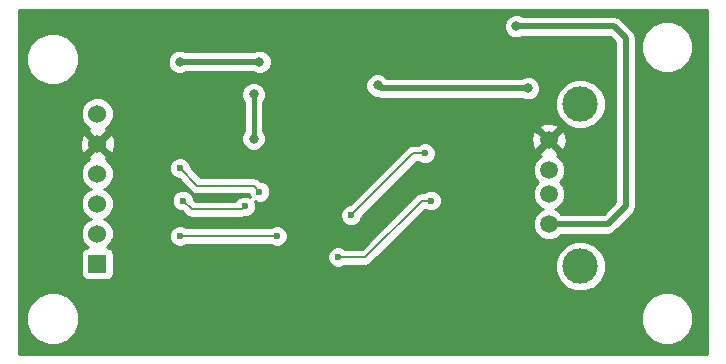
<source format=gbr>
G04 #@! TF.FileFunction,Copper,L2,Bot,Signal*
%FSLAX46Y46*%
G04 Gerber Fmt 4.6, Leading zero omitted, Abs format (unit mm)*
G04 Created by KiCad (PCBNEW 4.0.6) date 06/06/17 10:00:33*
%MOMM*%
%LPD*%
G01*
G04 APERTURE LIST*
%ADD10C,0.100000*%
%ADD11R,1.524000X1.524000*%
%ADD12C,1.524000*%
%ADD13C,1.500000*%
%ADD14C,3.000000*%
%ADD15C,0.800000*%
%ADD16C,0.600000*%
%ADD17C,0.400000*%
%ADD18C,0.500000*%
%ADD19C,0.200000*%
%ADD20C,0.254000*%
G04 APERTURE END LIST*
D10*
D11*
X118525400Y-100600000D03*
D12*
X118525400Y-98060000D03*
X118525400Y-95520000D03*
X118525400Y-92980000D03*
X118525400Y-90440000D03*
X118525400Y-87900000D03*
D13*
X156750000Y-90140000D03*
X156750000Y-92680000D03*
X156750000Y-94710000D03*
X156750000Y-97250000D03*
D14*
X159420000Y-87090000D03*
X159420000Y-100810000D03*
D15*
X131750000Y-86250000D03*
X131750000Y-90000000D03*
X154000000Y-80500000D03*
X155000000Y-85750000D03*
X142250000Y-85500000D03*
X132250000Y-83500000D03*
X125500000Y-83500000D03*
D16*
X146250000Y-91250000D03*
X140000000Y-96500000D03*
X138918221Y-100047447D03*
X146750000Y-95250000D03*
X125500000Y-92500000D03*
X132250000Y-94500000D03*
X125750000Y-95250000D03*
X131000000Y-95750000D03*
X133750000Y-98250000D03*
X125500000Y-98250000D03*
D17*
X131750000Y-86250000D02*
X131750000Y-90000000D01*
D18*
X161750000Y-97250000D02*
X156750000Y-97250000D01*
X163250000Y-95750000D02*
X161750000Y-97250000D01*
X163250000Y-81500000D02*
X163250000Y-95750000D01*
X162250000Y-80500000D02*
X163250000Y-81500000D01*
X154000000Y-80500000D02*
X162250000Y-80500000D01*
X142500000Y-85750000D02*
X155000000Y-85750000D01*
X142250000Y-85500000D02*
X142500000Y-85750000D01*
X125500000Y-83500000D02*
X132250000Y-83500000D01*
D19*
X140000000Y-96500000D02*
X145250000Y-91250000D01*
X145250000Y-91250000D02*
X146250000Y-91250000D01*
X146000000Y-95250000D02*
X141202553Y-100047447D01*
X141202553Y-100047447D02*
X138918221Y-100047447D01*
X146750000Y-95250000D02*
X146000000Y-95250000D01*
X125500000Y-92500000D02*
X127000000Y-94000000D01*
X127000000Y-94000000D02*
X131750000Y-94000000D01*
X131750000Y-94000000D02*
X132250000Y-94500000D01*
X126500000Y-96000000D02*
X125750000Y-95250000D01*
X130750000Y-96000000D02*
X126500000Y-96000000D01*
X131000000Y-95750000D02*
X130750000Y-96000000D01*
X125500000Y-98250000D02*
X133750000Y-98250000D01*
D20*
G36*
X170158000Y-108228000D02*
X111872000Y-108228000D01*
X111872000Y-105691034D01*
X112522614Y-105691034D01*
X112860940Y-106509846D01*
X113486858Y-107136858D01*
X114305079Y-107476613D01*
X115191034Y-107477386D01*
X116009846Y-107139060D01*
X116636858Y-106513142D01*
X116976613Y-105694921D01*
X116976616Y-105691034D01*
X164522614Y-105691034D01*
X164860940Y-106509846D01*
X165486858Y-107136858D01*
X166305079Y-107476613D01*
X167191034Y-107477386D01*
X168009846Y-107139060D01*
X168636858Y-106513142D01*
X168976613Y-105694921D01*
X168977386Y-104808966D01*
X168639060Y-103990154D01*
X168013142Y-103363142D01*
X167194921Y-103023387D01*
X166308966Y-103022614D01*
X165490154Y-103360940D01*
X164863142Y-103986858D01*
X164523387Y-104805079D01*
X164522614Y-105691034D01*
X116976616Y-105691034D01*
X116977386Y-104808966D01*
X116639060Y-103990154D01*
X116013142Y-103363142D01*
X115194921Y-103023387D01*
X114308966Y-103022614D01*
X113490154Y-103360940D01*
X112863142Y-103986858D01*
X112523387Y-104805079D01*
X112522614Y-105691034D01*
X111872000Y-105691034D01*
X111872000Y-99838000D01*
X117124117Y-99838000D01*
X117124117Y-101362000D01*
X117167837Y-101594352D01*
X117305157Y-101807753D01*
X117514683Y-101950917D01*
X117763400Y-102001283D01*
X119287400Y-102001283D01*
X119519752Y-101957563D01*
X119733153Y-101820243D01*
X119876317Y-101610717D01*
X119926683Y-101362000D01*
X119926683Y-101231230D01*
X157292632Y-101231230D01*
X157615766Y-102013274D01*
X158213578Y-102612131D01*
X158995057Y-102936630D01*
X159841230Y-102937368D01*
X160623274Y-102614234D01*
X161222131Y-102016422D01*
X161546630Y-101234943D01*
X161547368Y-100388770D01*
X161224234Y-99606726D01*
X160626422Y-99007869D01*
X159844943Y-98683370D01*
X158998770Y-98682632D01*
X158216726Y-99005766D01*
X157617869Y-99603578D01*
X157293370Y-100385057D01*
X157292632Y-101231230D01*
X119926683Y-101231230D01*
X119926683Y-100231030D01*
X137991060Y-100231030D01*
X138131890Y-100571864D01*
X138392432Y-100832861D01*
X138733020Y-100974286D01*
X139101804Y-100974608D01*
X139442638Y-100833778D01*
X139502073Y-100774447D01*
X141202548Y-100774447D01*
X141202553Y-100774448D01*
X141434605Y-100728289D01*
X141480764Y-100719107D01*
X141716620Y-100561514D01*
X146237289Y-96040844D01*
X146564799Y-96176839D01*
X146933583Y-96177161D01*
X147274417Y-96036331D01*
X147535414Y-95775789D01*
X147676839Y-95435201D01*
X147677161Y-95066417D01*
X147536331Y-94725583D01*
X147275789Y-94464586D01*
X146935201Y-94323161D01*
X146566417Y-94322839D01*
X146225583Y-94463669D01*
X146166148Y-94523000D01*
X146000005Y-94523000D01*
X146000000Y-94522999D01*
X145767948Y-94569158D01*
X145721789Y-94578340D01*
X145485933Y-94735933D01*
X145485931Y-94735936D01*
X140901419Y-99320447D01*
X139502322Y-99320447D01*
X139444010Y-99262033D01*
X139103422Y-99120608D01*
X138734638Y-99120286D01*
X138393804Y-99261116D01*
X138132807Y-99521658D01*
X137991382Y-99862246D01*
X137991060Y-100231030D01*
X119926683Y-100231030D01*
X119926683Y-99838000D01*
X119882963Y-99605648D01*
X119745643Y-99392247D01*
X119536117Y-99249083D01*
X119340068Y-99209382D01*
X119702250Y-98847833D01*
X119874261Y-98433583D01*
X124572839Y-98433583D01*
X124713669Y-98774417D01*
X124974211Y-99035414D01*
X125314799Y-99176839D01*
X125683583Y-99177161D01*
X126024417Y-99036331D01*
X126083852Y-98977000D01*
X133165899Y-98977000D01*
X133224211Y-99035414D01*
X133564799Y-99176839D01*
X133933583Y-99177161D01*
X134274417Y-99036331D01*
X134535414Y-98775789D01*
X134676839Y-98435201D01*
X134677161Y-98066417D01*
X134536331Y-97725583D01*
X134275789Y-97464586D01*
X133935201Y-97323161D01*
X133566417Y-97322839D01*
X133225583Y-97463669D01*
X133166148Y-97523000D01*
X126084101Y-97523000D01*
X126025789Y-97464586D01*
X125685201Y-97323161D01*
X125316417Y-97322839D01*
X124975583Y-97463669D01*
X124714586Y-97724211D01*
X124573161Y-98064799D01*
X124572839Y-98433583D01*
X119874261Y-98433583D01*
X119914158Y-98337501D01*
X119914640Y-97784923D01*
X119703623Y-97274223D01*
X119313233Y-96883150D01*
X119088981Y-96790033D01*
X119311177Y-96698223D01*
X119702250Y-96307833D01*
X119914158Y-95797501D01*
X119914640Y-95244923D01*
X119703623Y-94734223D01*
X119313233Y-94343150D01*
X119088981Y-94250033D01*
X119311177Y-94158223D01*
X119702250Y-93767833D01*
X119914158Y-93257501D01*
X119914640Y-92704923D01*
X119905823Y-92683583D01*
X124572839Y-92683583D01*
X124713669Y-93024417D01*
X124974211Y-93285414D01*
X125314799Y-93426839D01*
X125398779Y-93426912D01*
X126485931Y-94514064D01*
X126485933Y-94514067D01*
X126721789Y-94671660D01*
X127000000Y-94727000D01*
X131340779Y-94727000D01*
X131420962Y-94921058D01*
X131185201Y-94823161D01*
X130816417Y-94822839D01*
X130475583Y-94963669D01*
X130214586Y-95224211D01*
X130194327Y-95273000D01*
X126801134Y-95273000D01*
X126677089Y-95148955D01*
X126677161Y-95066417D01*
X126536331Y-94725583D01*
X126275789Y-94464586D01*
X125935201Y-94323161D01*
X125566417Y-94322839D01*
X125225583Y-94463669D01*
X124964586Y-94724211D01*
X124823161Y-95064799D01*
X124822839Y-95433583D01*
X124963669Y-95774417D01*
X125224211Y-96035414D01*
X125564799Y-96176839D01*
X125648778Y-96176912D01*
X125985933Y-96514067D01*
X126221789Y-96671660D01*
X126500000Y-96727000D01*
X130749995Y-96727000D01*
X130750000Y-96727001D01*
X130968272Y-96683583D01*
X139072839Y-96683583D01*
X139213669Y-97024417D01*
X139474211Y-97285414D01*
X139814799Y-97426839D01*
X140183583Y-97427161D01*
X140524417Y-97286331D01*
X140785414Y-97025789D01*
X140926839Y-96685201D01*
X140926912Y-96601222D01*
X145551133Y-91977000D01*
X145665899Y-91977000D01*
X145724211Y-92035414D01*
X146064799Y-92176839D01*
X146433583Y-92177161D01*
X146774417Y-92036331D01*
X147035414Y-91775789D01*
X147176839Y-91435201D01*
X147177161Y-91066417D01*
X147036331Y-90725583D01*
X146775789Y-90464586D01*
X146435201Y-90323161D01*
X146066417Y-90322839D01*
X145725583Y-90463669D01*
X145666148Y-90523000D01*
X145250000Y-90523000D01*
X144971789Y-90578340D01*
X144735933Y-90735933D01*
X144735931Y-90735936D01*
X139898955Y-95572911D01*
X139816417Y-95572839D01*
X139475583Y-95713669D01*
X139214586Y-95974211D01*
X139073161Y-96314799D01*
X139072839Y-96683583D01*
X130968272Y-96683583D01*
X130982052Y-96680842D01*
X131001356Y-96677002D01*
X131183583Y-96677161D01*
X131524417Y-96536331D01*
X131785414Y-96275789D01*
X131926839Y-95935201D01*
X131927161Y-95566417D01*
X131829038Y-95328942D01*
X132064799Y-95426839D01*
X132433583Y-95427161D01*
X132774417Y-95286331D01*
X133035414Y-95025789D01*
X133176839Y-94685201D01*
X133177161Y-94316417D01*
X133036331Y-93975583D01*
X132775789Y-93714586D01*
X132435201Y-93573161D01*
X132351221Y-93573088D01*
X132264067Y-93485933D01*
X132175626Y-93426839D01*
X132028211Y-93328340D01*
X131982052Y-93319158D01*
X131750000Y-93272999D01*
X131749995Y-93273000D01*
X127301133Y-93273000D01*
X126427089Y-92398955D01*
X126427161Y-92316417D01*
X126286331Y-91975583D01*
X126025789Y-91714586D01*
X125685201Y-91573161D01*
X125316417Y-91572839D01*
X124975583Y-91713669D01*
X124714586Y-91974211D01*
X124573161Y-92314799D01*
X124572839Y-92683583D01*
X119905823Y-92683583D01*
X119703623Y-92194223D01*
X119313233Y-91803150D01*
X119242918Y-91773953D01*
X119271986Y-91761912D01*
X119340111Y-91499370D01*
X118525400Y-90684659D01*
X117710689Y-91499370D01*
X117778814Y-91761912D01*
X117810712Y-91772404D01*
X117739623Y-91801777D01*
X117348550Y-92192167D01*
X117136642Y-92702499D01*
X117136160Y-93255077D01*
X117347177Y-93765777D01*
X117737567Y-94156850D01*
X117961819Y-94249967D01*
X117739623Y-94341777D01*
X117348550Y-94732167D01*
X117136642Y-95242499D01*
X117136160Y-95795077D01*
X117347177Y-96305777D01*
X117737567Y-96696850D01*
X117961819Y-96789967D01*
X117739623Y-96881777D01*
X117348550Y-97272167D01*
X117136642Y-97782499D01*
X117136160Y-98335077D01*
X117347177Y-98845777D01*
X117709605Y-99208839D01*
X117531048Y-99242437D01*
X117317647Y-99379757D01*
X117174483Y-99589283D01*
X117124117Y-99838000D01*
X111872000Y-99838000D01*
X111872000Y-90256118D01*
X117018407Y-90256118D01*
X117062751Y-90846817D01*
X117203488Y-91186586D01*
X117466030Y-91254711D01*
X118280741Y-90440000D01*
X118770059Y-90440000D01*
X119584770Y-91254711D01*
X119847312Y-91186586D01*
X120032393Y-90623882D01*
X119988049Y-90033183D01*
X119847312Y-89693414D01*
X119584770Y-89625289D01*
X118770059Y-90440000D01*
X118280741Y-90440000D01*
X117466030Y-89625289D01*
X117203488Y-89693414D01*
X117018407Y-90256118D01*
X111872000Y-90256118D01*
X111872000Y-88175077D01*
X117136160Y-88175077D01*
X117347177Y-88685777D01*
X117737567Y-89076850D01*
X117807882Y-89106047D01*
X117778814Y-89118088D01*
X117710689Y-89380630D01*
X118525400Y-90195341D01*
X119340111Y-89380630D01*
X119271986Y-89118088D01*
X119240088Y-89107596D01*
X119311177Y-89078223D01*
X119702250Y-88687833D01*
X119914158Y-88177501D01*
X119914640Y-87624923D01*
X119703623Y-87114223D01*
X119313233Y-86723150D01*
X118802901Y-86511242D01*
X118250323Y-86510760D01*
X117739623Y-86721777D01*
X117348550Y-87112167D01*
X117136642Y-87622499D01*
X117136160Y-88175077D01*
X111872000Y-88175077D01*
X111872000Y-86453387D01*
X130722822Y-86453387D01*
X130878844Y-86830989D01*
X130923000Y-86875222D01*
X130923000Y-89374427D01*
X130879860Y-89417492D01*
X130723179Y-89794821D01*
X130722822Y-90203387D01*
X130878844Y-90580989D01*
X131167492Y-90870140D01*
X131544821Y-91026821D01*
X131953387Y-91027178D01*
X132330989Y-90871156D01*
X132620140Y-90582508D01*
X132776821Y-90205179D01*
X132777036Y-89958994D01*
X155254982Y-89958994D01*
X155299515Y-90544891D01*
X155438051Y-90879347D01*
X155699355Y-90945986D01*
X156505341Y-90140000D01*
X156994659Y-90140000D01*
X157800645Y-90945986D01*
X158061949Y-90879347D01*
X158245018Y-90321006D01*
X158200485Y-89735109D01*
X158061949Y-89400653D01*
X157800645Y-89334014D01*
X156994659Y-90140000D01*
X156505341Y-90140000D01*
X155699355Y-89334014D01*
X155438051Y-89400653D01*
X155254982Y-89958994D01*
X132777036Y-89958994D01*
X132777178Y-89796613D01*
X132621156Y-89419011D01*
X132577000Y-89374778D01*
X132577000Y-89089355D01*
X155944014Y-89089355D01*
X156750000Y-89895341D01*
X157555986Y-89089355D01*
X157489347Y-88828051D01*
X156931006Y-88644982D01*
X156345109Y-88689515D01*
X156010653Y-88828051D01*
X155944014Y-89089355D01*
X132577000Y-89089355D01*
X132577000Y-87511230D01*
X157292632Y-87511230D01*
X157615766Y-88293274D01*
X158213578Y-88892131D01*
X158995057Y-89216630D01*
X159841230Y-89217368D01*
X160623274Y-88894234D01*
X161222131Y-88296422D01*
X161546630Y-87514943D01*
X161547368Y-86668770D01*
X161224234Y-85886726D01*
X160626422Y-85287869D01*
X159844943Y-84963370D01*
X158998770Y-84962632D01*
X158216726Y-85285766D01*
X157617869Y-85883578D01*
X157293370Y-86665057D01*
X157292632Y-87511230D01*
X132577000Y-87511230D01*
X132577000Y-86875573D01*
X132620140Y-86832508D01*
X132776821Y-86455179D01*
X132777178Y-86046613D01*
X132635360Y-85703387D01*
X141222822Y-85703387D01*
X141378844Y-86080989D01*
X141667492Y-86370140D01*
X142044821Y-86526821D01*
X142114459Y-86526882D01*
X142164386Y-86560242D01*
X142500000Y-86627000D01*
X154434013Y-86627000D01*
X154794821Y-86776821D01*
X155203387Y-86777178D01*
X155580989Y-86621156D01*
X155870140Y-86332508D01*
X156026821Y-85955179D01*
X156027178Y-85546613D01*
X155871156Y-85169011D01*
X155582508Y-84879860D01*
X155205179Y-84723179D01*
X154796613Y-84722822D01*
X154433155Y-84873000D01*
X143075225Y-84873000D01*
X142832508Y-84629860D01*
X142455179Y-84473179D01*
X142046613Y-84472822D01*
X141669011Y-84628844D01*
X141379860Y-84917492D01*
X141223179Y-85294821D01*
X141222822Y-85703387D01*
X132635360Y-85703387D01*
X132621156Y-85669011D01*
X132332508Y-85379860D01*
X131955179Y-85223179D01*
X131546613Y-85222822D01*
X131169011Y-85378844D01*
X130879860Y-85667492D01*
X130723179Y-86044821D01*
X130722822Y-86453387D01*
X111872000Y-86453387D01*
X111872000Y-83691034D01*
X112522614Y-83691034D01*
X112860940Y-84509846D01*
X113486858Y-85136858D01*
X114305079Y-85476613D01*
X115191034Y-85477386D01*
X116009846Y-85139060D01*
X116636858Y-84513142D01*
X116973097Y-83703387D01*
X124472822Y-83703387D01*
X124628844Y-84080989D01*
X124917492Y-84370140D01*
X125294821Y-84526821D01*
X125703387Y-84527178D01*
X126066845Y-84377000D01*
X131684013Y-84377000D01*
X132044821Y-84526821D01*
X132453387Y-84527178D01*
X132830989Y-84371156D01*
X133120140Y-84082508D01*
X133276821Y-83705179D01*
X133277178Y-83296613D01*
X133121156Y-82919011D01*
X132832508Y-82629860D01*
X132455179Y-82473179D01*
X132046613Y-82472822D01*
X131683155Y-82623000D01*
X126065987Y-82623000D01*
X125705179Y-82473179D01*
X125296613Y-82472822D01*
X124919011Y-82628844D01*
X124629860Y-82917492D01*
X124473179Y-83294821D01*
X124472822Y-83703387D01*
X116973097Y-83703387D01*
X116976613Y-83694921D01*
X116977386Y-82808966D01*
X116639060Y-81990154D01*
X116013142Y-81363142D01*
X115194921Y-81023387D01*
X114308966Y-81022614D01*
X113490154Y-81360940D01*
X112863142Y-81986858D01*
X112523387Y-82805079D01*
X112522614Y-83691034D01*
X111872000Y-83691034D01*
X111872000Y-80703387D01*
X152972822Y-80703387D01*
X153128844Y-81080989D01*
X153417492Y-81370140D01*
X153794821Y-81526821D01*
X154203387Y-81527178D01*
X154566845Y-81377000D01*
X161886734Y-81377000D01*
X162373000Y-81863265D01*
X162373000Y-95386735D01*
X161386734Y-96373000D01*
X157820204Y-96373000D01*
X157531026Y-96083317D01*
X157282224Y-95980005D01*
X157528989Y-95878044D01*
X157916683Y-95491026D01*
X158126760Y-94985104D01*
X158127238Y-94437299D01*
X157918044Y-93931011D01*
X157682373Y-93694928D01*
X157916683Y-93461026D01*
X158126760Y-92955104D01*
X158127238Y-92407299D01*
X157918044Y-91901011D01*
X157531026Y-91513317D01*
X157436226Y-91473953D01*
X157489347Y-91451949D01*
X157555986Y-91190645D01*
X156750000Y-90384659D01*
X155944014Y-91190645D01*
X156010653Y-91451949D01*
X156069523Y-91471251D01*
X155971011Y-91511956D01*
X155583317Y-91898974D01*
X155373240Y-92404896D01*
X155372762Y-92952701D01*
X155581956Y-93458989D01*
X155817627Y-93695072D01*
X155583317Y-93928974D01*
X155373240Y-94434896D01*
X155372762Y-94982701D01*
X155581956Y-95488989D01*
X155968974Y-95876683D01*
X156217776Y-95979995D01*
X155971011Y-96081956D01*
X155583317Y-96468974D01*
X155373240Y-96974896D01*
X155372762Y-97522701D01*
X155581956Y-98028989D01*
X155968974Y-98416683D01*
X156474896Y-98626760D01*
X157022701Y-98627238D01*
X157528989Y-98418044D01*
X157820541Y-98127000D01*
X161750000Y-98127000D01*
X162085613Y-98060242D01*
X162370133Y-97870133D01*
X163870130Y-96370135D01*
X163870133Y-96370133D01*
X163999287Y-96176839D01*
X164060242Y-96085614D01*
X164127000Y-95750000D01*
X164127000Y-82691034D01*
X164522614Y-82691034D01*
X164860940Y-83509846D01*
X165486858Y-84136858D01*
X166305079Y-84476613D01*
X167191034Y-84477386D01*
X168009846Y-84139060D01*
X168636858Y-83513142D01*
X168976613Y-82694921D01*
X168977386Y-81808966D01*
X168639060Y-80990154D01*
X168013142Y-80363142D01*
X167194921Y-80023387D01*
X166308966Y-80022614D01*
X165490154Y-80360940D01*
X164863142Y-80986858D01*
X164523387Y-81805079D01*
X164522614Y-82691034D01*
X164127000Y-82691034D01*
X164127000Y-81500005D01*
X164127001Y-81500000D01*
X164060242Y-81164387D01*
X164030673Y-81120133D01*
X163870133Y-80879867D01*
X163870130Y-80879865D01*
X162870133Y-79879867D01*
X162585613Y-79689758D01*
X162250000Y-79623000D01*
X154565987Y-79623000D01*
X154205179Y-79473179D01*
X153796613Y-79472822D01*
X153419011Y-79628844D01*
X153129860Y-79917492D01*
X152973179Y-80294821D01*
X152972822Y-80703387D01*
X111872000Y-80703387D01*
X111872000Y-79152000D01*
X170158000Y-79152000D01*
X170158000Y-108228000D01*
X170158000Y-108228000D01*
G37*
X170158000Y-108228000D02*
X111872000Y-108228000D01*
X111872000Y-105691034D01*
X112522614Y-105691034D01*
X112860940Y-106509846D01*
X113486858Y-107136858D01*
X114305079Y-107476613D01*
X115191034Y-107477386D01*
X116009846Y-107139060D01*
X116636858Y-106513142D01*
X116976613Y-105694921D01*
X116976616Y-105691034D01*
X164522614Y-105691034D01*
X164860940Y-106509846D01*
X165486858Y-107136858D01*
X166305079Y-107476613D01*
X167191034Y-107477386D01*
X168009846Y-107139060D01*
X168636858Y-106513142D01*
X168976613Y-105694921D01*
X168977386Y-104808966D01*
X168639060Y-103990154D01*
X168013142Y-103363142D01*
X167194921Y-103023387D01*
X166308966Y-103022614D01*
X165490154Y-103360940D01*
X164863142Y-103986858D01*
X164523387Y-104805079D01*
X164522614Y-105691034D01*
X116976616Y-105691034D01*
X116977386Y-104808966D01*
X116639060Y-103990154D01*
X116013142Y-103363142D01*
X115194921Y-103023387D01*
X114308966Y-103022614D01*
X113490154Y-103360940D01*
X112863142Y-103986858D01*
X112523387Y-104805079D01*
X112522614Y-105691034D01*
X111872000Y-105691034D01*
X111872000Y-99838000D01*
X117124117Y-99838000D01*
X117124117Y-101362000D01*
X117167837Y-101594352D01*
X117305157Y-101807753D01*
X117514683Y-101950917D01*
X117763400Y-102001283D01*
X119287400Y-102001283D01*
X119519752Y-101957563D01*
X119733153Y-101820243D01*
X119876317Y-101610717D01*
X119926683Y-101362000D01*
X119926683Y-101231230D01*
X157292632Y-101231230D01*
X157615766Y-102013274D01*
X158213578Y-102612131D01*
X158995057Y-102936630D01*
X159841230Y-102937368D01*
X160623274Y-102614234D01*
X161222131Y-102016422D01*
X161546630Y-101234943D01*
X161547368Y-100388770D01*
X161224234Y-99606726D01*
X160626422Y-99007869D01*
X159844943Y-98683370D01*
X158998770Y-98682632D01*
X158216726Y-99005766D01*
X157617869Y-99603578D01*
X157293370Y-100385057D01*
X157292632Y-101231230D01*
X119926683Y-101231230D01*
X119926683Y-100231030D01*
X137991060Y-100231030D01*
X138131890Y-100571864D01*
X138392432Y-100832861D01*
X138733020Y-100974286D01*
X139101804Y-100974608D01*
X139442638Y-100833778D01*
X139502073Y-100774447D01*
X141202548Y-100774447D01*
X141202553Y-100774448D01*
X141434605Y-100728289D01*
X141480764Y-100719107D01*
X141716620Y-100561514D01*
X146237289Y-96040844D01*
X146564799Y-96176839D01*
X146933583Y-96177161D01*
X147274417Y-96036331D01*
X147535414Y-95775789D01*
X147676839Y-95435201D01*
X147677161Y-95066417D01*
X147536331Y-94725583D01*
X147275789Y-94464586D01*
X146935201Y-94323161D01*
X146566417Y-94322839D01*
X146225583Y-94463669D01*
X146166148Y-94523000D01*
X146000005Y-94523000D01*
X146000000Y-94522999D01*
X145767948Y-94569158D01*
X145721789Y-94578340D01*
X145485933Y-94735933D01*
X145485931Y-94735936D01*
X140901419Y-99320447D01*
X139502322Y-99320447D01*
X139444010Y-99262033D01*
X139103422Y-99120608D01*
X138734638Y-99120286D01*
X138393804Y-99261116D01*
X138132807Y-99521658D01*
X137991382Y-99862246D01*
X137991060Y-100231030D01*
X119926683Y-100231030D01*
X119926683Y-99838000D01*
X119882963Y-99605648D01*
X119745643Y-99392247D01*
X119536117Y-99249083D01*
X119340068Y-99209382D01*
X119702250Y-98847833D01*
X119874261Y-98433583D01*
X124572839Y-98433583D01*
X124713669Y-98774417D01*
X124974211Y-99035414D01*
X125314799Y-99176839D01*
X125683583Y-99177161D01*
X126024417Y-99036331D01*
X126083852Y-98977000D01*
X133165899Y-98977000D01*
X133224211Y-99035414D01*
X133564799Y-99176839D01*
X133933583Y-99177161D01*
X134274417Y-99036331D01*
X134535414Y-98775789D01*
X134676839Y-98435201D01*
X134677161Y-98066417D01*
X134536331Y-97725583D01*
X134275789Y-97464586D01*
X133935201Y-97323161D01*
X133566417Y-97322839D01*
X133225583Y-97463669D01*
X133166148Y-97523000D01*
X126084101Y-97523000D01*
X126025789Y-97464586D01*
X125685201Y-97323161D01*
X125316417Y-97322839D01*
X124975583Y-97463669D01*
X124714586Y-97724211D01*
X124573161Y-98064799D01*
X124572839Y-98433583D01*
X119874261Y-98433583D01*
X119914158Y-98337501D01*
X119914640Y-97784923D01*
X119703623Y-97274223D01*
X119313233Y-96883150D01*
X119088981Y-96790033D01*
X119311177Y-96698223D01*
X119702250Y-96307833D01*
X119914158Y-95797501D01*
X119914640Y-95244923D01*
X119703623Y-94734223D01*
X119313233Y-94343150D01*
X119088981Y-94250033D01*
X119311177Y-94158223D01*
X119702250Y-93767833D01*
X119914158Y-93257501D01*
X119914640Y-92704923D01*
X119905823Y-92683583D01*
X124572839Y-92683583D01*
X124713669Y-93024417D01*
X124974211Y-93285414D01*
X125314799Y-93426839D01*
X125398779Y-93426912D01*
X126485931Y-94514064D01*
X126485933Y-94514067D01*
X126721789Y-94671660D01*
X127000000Y-94727000D01*
X131340779Y-94727000D01*
X131420962Y-94921058D01*
X131185201Y-94823161D01*
X130816417Y-94822839D01*
X130475583Y-94963669D01*
X130214586Y-95224211D01*
X130194327Y-95273000D01*
X126801134Y-95273000D01*
X126677089Y-95148955D01*
X126677161Y-95066417D01*
X126536331Y-94725583D01*
X126275789Y-94464586D01*
X125935201Y-94323161D01*
X125566417Y-94322839D01*
X125225583Y-94463669D01*
X124964586Y-94724211D01*
X124823161Y-95064799D01*
X124822839Y-95433583D01*
X124963669Y-95774417D01*
X125224211Y-96035414D01*
X125564799Y-96176839D01*
X125648778Y-96176912D01*
X125985933Y-96514067D01*
X126221789Y-96671660D01*
X126500000Y-96727000D01*
X130749995Y-96727000D01*
X130750000Y-96727001D01*
X130968272Y-96683583D01*
X139072839Y-96683583D01*
X139213669Y-97024417D01*
X139474211Y-97285414D01*
X139814799Y-97426839D01*
X140183583Y-97427161D01*
X140524417Y-97286331D01*
X140785414Y-97025789D01*
X140926839Y-96685201D01*
X140926912Y-96601222D01*
X145551133Y-91977000D01*
X145665899Y-91977000D01*
X145724211Y-92035414D01*
X146064799Y-92176839D01*
X146433583Y-92177161D01*
X146774417Y-92036331D01*
X147035414Y-91775789D01*
X147176839Y-91435201D01*
X147177161Y-91066417D01*
X147036331Y-90725583D01*
X146775789Y-90464586D01*
X146435201Y-90323161D01*
X146066417Y-90322839D01*
X145725583Y-90463669D01*
X145666148Y-90523000D01*
X145250000Y-90523000D01*
X144971789Y-90578340D01*
X144735933Y-90735933D01*
X144735931Y-90735936D01*
X139898955Y-95572911D01*
X139816417Y-95572839D01*
X139475583Y-95713669D01*
X139214586Y-95974211D01*
X139073161Y-96314799D01*
X139072839Y-96683583D01*
X130968272Y-96683583D01*
X130982052Y-96680842D01*
X131001356Y-96677002D01*
X131183583Y-96677161D01*
X131524417Y-96536331D01*
X131785414Y-96275789D01*
X131926839Y-95935201D01*
X131927161Y-95566417D01*
X131829038Y-95328942D01*
X132064799Y-95426839D01*
X132433583Y-95427161D01*
X132774417Y-95286331D01*
X133035414Y-95025789D01*
X133176839Y-94685201D01*
X133177161Y-94316417D01*
X133036331Y-93975583D01*
X132775789Y-93714586D01*
X132435201Y-93573161D01*
X132351221Y-93573088D01*
X132264067Y-93485933D01*
X132175626Y-93426839D01*
X132028211Y-93328340D01*
X131982052Y-93319158D01*
X131750000Y-93272999D01*
X131749995Y-93273000D01*
X127301133Y-93273000D01*
X126427089Y-92398955D01*
X126427161Y-92316417D01*
X126286331Y-91975583D01*
X126025789Y-91714586D01*
X125685201Y-91573161D01*
X125316417Y-91572839D01*
X124975583Y-91713669D01*
X124714586Y-91974211D01*
X124573161Y-92314799D01*
X124572839Y-92683583D01*
X119905823Y-92683583D01*
X119703623Y-92194223D01*
X119313233Y-91803150D01*
X119242918Y-91773953D01*
X119271986Y-91761912D01*
X119340111Y-91499370D01*
X118525400Y-90684659D01*
X117710689Y-91499370D01*
X117778814Y-91761912D01*
X117810712Y-91772404D01*
X117739623Y-91801777D01*
X117348550Y-92192167D01*
X117136642Y-92702499D01*
X117136160Y-93255077D01*
X117347177Y-93765777D01*
X117737567Y-94156850D01*
X117961819Y-94249967D01*
X117739623Y-94341777D01*
X117348550Y-94732167D01*
X117136642Y-95242499D01*
X117136160Y-95795077D01*
X117347177Y-96305777D01*
X117737567Y-96696850D01*
X117961819Y-96789967D01*
X117739623Y-96881777D01*
X117348550Y-97272167D01*
X117136642Y-97782499D01*
X117136160Y-98335077D01*
X117347177Y-98845777D01*
X117709605Y-99208839D01*
X117531048Y-99242437D01*
X117317647Y-99379757D01*
X117174483Y-99589283D01*
X117124117Y-99838000D01*
X111872000Y-99838000D01*
X111872000Y-90256118D01*
X117018407Y-90256118D01*
X117062751Y-90846817D01*
X117203488Y-91186586D01*
X117466030Y-91254711D01*
X118280741Y-90440000D01*
X118770059Y-90440000D01*
X119584770Y-91254711D01*
X119847312Y-91186586D01*
X120032393Y-90623882D01*
X119988049Y-90033183D01*
X119847312Y-89693414D01*
X119584770Y-89625289D01*
X118770059Y-90440000D01*
X118280741Y-90440000D01*
X117466030Y-89625289D01*
X117203488Y-89693414D01*
X117018407Y-90256118D01*
X111872000Y-90256118D01*
X111872000Y-88175077D01*
X117136160Y-88175077D01*
X117347177Y-88685777D01*
X117737567Y-89076850D01*
X117807882Y-89106047D01*
X117778814Y-89118088D01*
X117710689Y-89380630D01*
X118525400Y-90195341D01*
X119340111Y-89380630D01*
X119271986Y-89118088D01*
X119240088Y-89107596D01*
X119311177Y-89078223D01*
X119702250Y-88687833D01*
X119914158Y-88177501D01*
X119914640Y-87624923D01*
X119703623Y-87114223D01*
X119313233Y-86723150D01*
X118802901Y-86511242D01*
X118250323Y-86510760D01*
X117739623Y-86721777D01*
X117348550Y-87112167D01*
X117136642Y-87622499D01*
X117136160Y-88175077D01*
X111872000Y-88175077D01*
X111872000Y-86453387D01*
X130722822Y-86453387D01*
X130878844Y-86830989D01*
X130923000Y-86875222D01*
X130923000Y-89374427D01*
X130879860Y-89417492D01*
X130723179Y-89794821D01*
X130722822Y-90203387D01*
X130878844Y-90580989D01*
X131167492Y-90870140D01*
X131544821Y-91026821D01*
X131953387Y-91027178D01*
X132330989Y-90871156D01*
X132620140Y-90582508D01*
X132776821Y-90205179D01*
X132777036Y-89958994D01*
X155254982Y-89958994D01*
X155299515Y-90544891D01*
X155438051Y-90879347D01*
X155699355Y-90945986D01*
X156505341Y-90140000D01*
X156994659Y-90140000D01*
X157800645Y-90945986D01*
X158061949Y-90879347D01*
X158245018Y-90321006D01*
X158200485Y-89735109D01*
X158061949Y-89400653D01*
X157800645Y-89334014D01*
X156994659Y-90140000D01*
X156505341Y-90140000D01*
X155699355Y-89334014D01*
X155438051Y-89400653D01*
X155254982Y-89958994D01*
X132777036Y-89958994D01*
X132777178Y-89796613D01*
X132621156Y-89419011D01*
X132577000Y-89374778D01*
X132577000Y-89089355D01*
X155944014Y-89089355D01*
X156750000Y-89895341D01*
X157555986Y-89089355D01*
X157489347Y-88828051D01*
X156931006Y-88644982D01*
X156345109Y-88689515D01*
X156010653Y-88828051D01*
X155944014Y-89089355D01*
X132577000Y-89089355D01*
X132577000Y-87511230D01*
X157292632Y-87511230D01*
X157615766Y-88293274D01*
X158213578Y-88892131D01*
X158995057Y-89216630D01*
X159841230Y-89217368D01*
X160623274Y-88894234D01*
X161222131Y-88296422D01*
X161546630Y-87514943D01*
X161547368Y-86668770D01*
X161224234Y-85886726D01*
X160626422Y-85287869D01*
X159844943Y-84963370D01*
X158998770Y-84962632D01*
X158216726Y-85285766D01*
X157617869Y-85883578D01*
X157293370Y-86665057D01*
X157292632Y-87511230D01*
X132577000Y-87511230D01*
X132577000Y-86875573D01*
X132620140Y-86832508D01*
X132776821Y-86455179D01*
X132777178Y-86046613D01*
X132635360Y-85703387D01*
X141222822Y-85703387D01*
X141378844Y-86080989D01*
X141667492Y-86370140D01*
X142044821Y-86526821D01*
X142114459Y-86526882D01*
X142164386Y-86560242D01*
X142500000Y-86627000D01*
X154434013Y-86627000D01*
X154794821Y-86776821D01*
X155203387Y-86777178D01*
X155580989Y-86621156D01*
X155870140Y-86332508D01*
X156026821Y-85955179D01*
X156027178Y-85546613D01*
X155871156Y-85169011D01*
X155582508Y-84879860D01*
X155205179Y-84723179D01*
X154796613Y-84722822D01*
X154433155Y-84873000D01*
X143075225Y-84873000D01*
X142832508Y-84629860D01*
X142455179Y-84473179D01*
X142046613Y-84472822D01*
X141669011Y-84628844D01*
X141379860Y-84917492D01*
X141223179Y-85294821D01*
X141222822Y-85703387D01*
X132635360Y-85703387D01*
X132621156Y-85669011D01*
X132332508Y-85379860D01*
X131955179Y-85223179D01*
X131546613Y-85222822D01*
X131169011Y-85378844D01*
X130879860Y-85667492D01*
X130723179Y-86044821D01*
X130722822Y-86453387D01*
X111872000Y-86453387D01*
X111872000Y-83691034D01*
X112522614Y-83691034D01*
X112860940Y-84509846D01*
X113486858Y-85136858D01*
X114305079Y-85476613D01*
X115191034Y-85477386D01*
X116009846Y-85139060D01*
X116636858Y-84513142D01*
X116973097Y-83703387D01*
X124472822Y-83703387D01*
X124628844Y-84080989D01*
X124917492Y-84370140D01*
X125294821Y-84526821D01*
X125703387Y-84527178D01*
X126066845Y-84377000D01*
X131684013Y-84377000D01*
X132044821Y-84526821D01*
X132453387Y-84527178D01*
X132830989Y-84371156D01*
X133120140Y-84082508D01*
X133276821Y-83705179D01*
X133277178Y-83296613D01*
X133121156Y-82919011D01*
X132832508Y-82629860D01*
X132455179Y-82473179D01*
X132046613Y-82472822D01*
X131683155Y-82623000D01*
X126065987Y-82623000D01*
X125705179Y-82473179D01*
X125296613Y-82472822D01*
X124919011Y-82628844D01*
X124629860Y-82917492D01*
X124473179Y-83294821D01*
X124472822Y-83703387D01*
X116973097Y-83703387D01*
X116976613Y-83694921D01*
X116977386Y-82808966D01*
X116639060Y-81990154D01*
X116013142Y-81363142D01*
X115194921Y-81023387D01*
X114308966Y-81022614D01*
X113490154Y-81360940D01*
X112863142Y-81986858D01*
X112523387Y-82805079D01*
X112522614Y-83691034D01*
X111872000Y-83691034D01*
X111872000Y-80703387D01*
X152972822Y-80703387D01*
X153128844Y-81080989D01*
X153417492Y-81370140D01*
X153794821Y-81526821D01*
X154203387Y-81527178D01*
X154566845Y-81377000D01*
X161886734Y-81377000D01*
X162373000Y-81863265D01*
X162373000Y-95386735D01*
X161386734Y-96373000D01*
X157820204Y-96373000D01*
X157531026Y-96083317D01*
X157282224Y-95980005D01*
X157528989Y-95878044D01*
X157916683Y-95491026D01*
X158126760Y-94985104D01*
X158127238Y-94437299D01*
X157918044Y-93931011D01*
X157682373Y-93694928D01*
X157916683Y-93461026D01*
X158126760Y-92955104D01*
X158127238Y-92407299D01*
X157918044Y-91901011D01*
X157531026Y-91513317D01*
X157436226Y-91473953D01*
X157489347Y-91451949D01*
X157555986Y-91190645D01*
X156750000Y-90384659D01*
X155944014Y-91190645D01*
X156010653Y-91451949D01*
X156069523Y-91471251D01*
X155971011Y-91511956D01*
X155583317Y-91898974D01*
X155373240Y-92404896D01*
X155372762Y-92952701D01*
X155581956Y-93458989D01*
X155817627Y-93695072D01*
X155583317Y-93928974D01*
X155373240Y-94434896D01*
X155372762Y-94982701D01*
X155581956Y-95488989D01*
X155968974Y-95876683D01*
X156217776Y-95979995D01*
X155971011Y-96081956D01*
X155583317Y-96468974D01*
X155373240Y-96974896D01*
X155372762Y-97522701D01*
X155581956Y-98028989D01*
X155968974Y-98416683D01*
X156474896Y-98626760D01*
X157022701Y-98627238D01*
X157528989Y-98418044D01*
X157820541Y-98127000D01*
X161750000Y-98127000D01*
X162085613Y-98060242D01*
X162370133Y-97870133D01*
X163870130Y-96370135D01*
X163870133Y-96370133D01*
X163999287Y-96176839D01*
X164060242Y-96085614D01*
X164127000Y-95750000D01*
X164127000Y-82691034D01*
X164522614Y-82691034D01*
X164860940Y-83509846D01*
X165486858Y-84136858D01*
X166305079Y-84476613D01*
X167191034Y-84477386D01*
X168009846Y-84139060D01*
X168636858Y-83513142D01*
X168976613Y-82694921D01*
X168977386Y-81808966D01*
X168639060Y-80990154D01*
X168013142Y-80363142D01*
X167194921Y-80023387D01*
X166308966Y-80022614D01*
X165490154Y-80360940D01*
X164863142Y-80986858D01*
X164523387Y-81805079D01*
X164522614Y-82691034D01*
X164127000Y-82691034D01*
X164127000Y-81500005D01*
X164127001Y-81500000D01*
X164060242Y-81164387D01*
X164030673Y-81120133D01*
X163870133Y-80879867D01*
X163870130Y-80879865D01*
X162870133Y-79879867D01*
X162585613Y-79689758D01*
X162250000Y-79623000D01*
X154565987Y-79623000D01*
X154205179Y-79473179D01*
X153796613Y-79472822D01*
X153419011Y-79628844D01*
X153129860Y-79917492D01*
X152973179Y-80294821D01*
X152972822Y-80703387D01*
X111872000Y-80703387D01*
X111872000Y-79152000D01*
X170158000Y-79152000D01*
X170158000Y-108228000D01*
M02*

</source>
